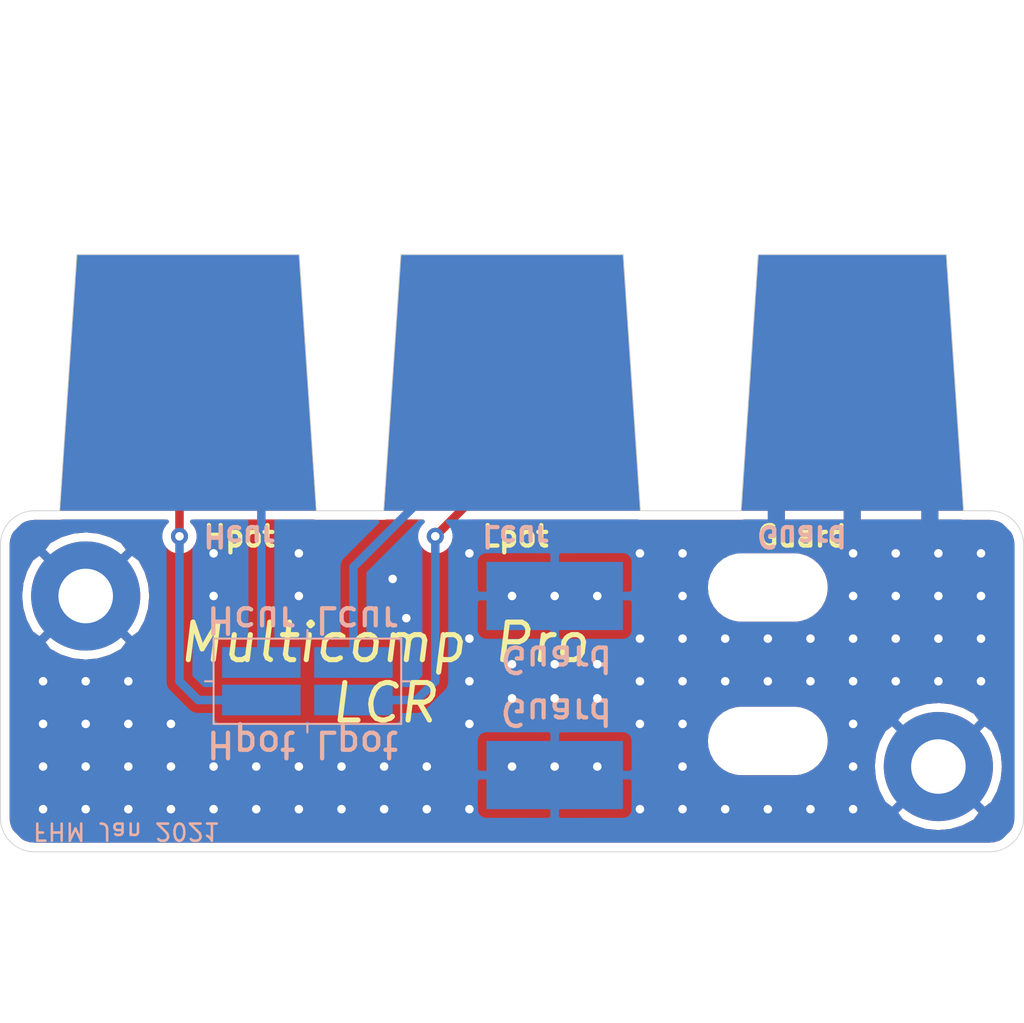
<source format=kicad_pcb>
(kicad_pcb (version 20171130) (host pcbnew "(5.1.6)-1")

  (general
    (thickness 1.6)
    (drawings 34)
    (tracks 134)
    (zones 0)
    (modules 13)
    (nets 6)
  )

  (page A4)
  (layers
    (0 F.Cu signal)
    (31 B.Cu signal)
    (32 B.Adhes user)
    (33 F.Adhes user)
    (34 B.Paste user hide)
    (35 F.Paste user hide)
    (36 B.SilkS user)
    (37 F.SilkS user)
    (38 B.Mask user)
    (39 F.Mask user hide)
    (40 Dwgs.User user)
    (41 Cmts.User user)
    (42 Eco1.User user)
    (43 Eco2.User user)
    (44 Edge.Cuts user)
    (45 Margin user)
    (46 B.CrtYd user)
    (47 F.CrtYd user)
    (48 B.Fab user)
    (49 F.Fab user)
  )

  (setup
    (last_trace_width 0.25)
    (user_trace_width 0.5)
    (user_trace_width 1)
    (trace_clearance 0.2)
    (zone_clearance 0.508)
    (zone_45_only no)
    (trace_min 0.2)
    (via_size 0.8)
    (via_drill 0.4)
    (via_min_size 0.4)
    (via_min_drill 0.3)
    (user_via 1 0.5)
    (uvia_size 0.3)
    (uvia_drill 0.1)
    (uvias_allowed no)
    (uvia_min_size 0.2)
    (uvia_min_drill 0.1)
    (edge_width 0.05)
    (segment_width 0.2)
    (pcb_text_width 0.3)
    (pcb_text_size 1.5 1.5)
    (mod_edge_width 0.12)
    (mod_text_size 1 1)
    (mod_text_width 0.15)
    (pad_size 13 15)
    (pad_drill 0)
    (pad_to_mask_clearance 0.05)
    (aux_axis_origin 0 0)
    (visible_elements 7FFFFFFF)
    (pcbplotparams
      (layerselection 0x010fc_ffffffff)
      (usegerberextensions false)
      (usegerberattributes true)
      (usegerberadvancedattributes true)
      (creategerberjobfile true)
      (excludeedgelayer true)
      (linewidth 0.100000)
      (plotframeref false)
      (viasonmask false)
      (mode 1)
      (useauxorigin false)
      (hpglpennumber 1)
      (hpglpenspeed 20)
      (hpglpendiameter 15.000000)
      (psnegative false)
      (psa4output false)
      (plotreference true)
      (plotvalue true)
      (plotinvisibletext false)
      (padsonsilk false)
      (subtractmaskfromsilk false)
      (outputformat 1)
      (mirror false)
      (drillshape 0)
      (scaleselection 1)
      (outputdirectory "LCR_Meter_Gerbers"))
  )

  (net 0 "")
  (net 1 /Hpot)
  (net 2 /Lpot)
  (net 3 /Hcur)
  (net 4 /Lcur)
  (net 5 GND)

  (net_class Default "This is the default net class."
    (clearance 0.2)
    (trace_width 0.25)
    (via_dia 0.8)
    (via_drill 0.4)
    (uvia_dia 0.3)
    (uvia_drill 0.1)
    (add_net /Hcur)
    (add_net /Hpot)
    (add_net /Lcur)
    (add_net /Lpot)
    (add_net GND)
  )

  (module Multicomp_LCR_4Wire:Guard_Pad (layer B.Cu) (tedit 600E650D) (tstamp 600CD118)
    (at 149.95 107.5 180)
    (path /600CA2D3)
    (fp_text reference J5 (at 0.15 16.4) (layer B.SilkS) hide
      (effects (font (size 1 1) (thickness 0.15)) (justify mirror))
    )
    (fp_text value Conn_01x01 (at -0.95 -16.6) (layer B.Fab)
      (effects (font (size 1 1) (thickness 0.15)) (justify mirror))
    )
    (pad 1 smd trapezoid (at 0 0 180) (size 12 15) (rect_delta 0 -1 ) (layers B.Cu B.Paste B.Mask)
      (net 5 GND))
  )

  (module Multicomp_LCR_4Wire:Guard_Pad (layer F.Cu) (tedit 600E650D) (tstamp 600BF382)
    (at 149.95 107.5)
    (path /600CBAF2)
    (fp_text reference J6 (at -0.5 -14.15) (layer F.SilkS) hide
      (effects (font (size 1 1) (thickness 0.15)))
    )
    (fp_text value Conn_01x01 (at -1.55 -18.55) (layer F.Fab)
      (effects (font (size 1 1) (thickness 0.15)))
    )
    (pad 1 smd trapezoid (at 0 0) (size 12 15) (rect_delta 0 1 ) (layers F.Cu F.Paste F.Mask)
      (net 5 GND))
  )

  (module Multicomp_LCR_4Wire:Finger_Pad (layer B.Cu) (tedit 600E64EE) (tstamp 600BF378)
    (at 130 107.5 180)
    (path /600C9E42)
    (fp_text reference J4 (at 0.65 -14.35) (layer B.SilkS) hide
      (effects (font (size 1 1) (thickness 0.15)) (justify mirror))
    )
    (fp_text value Conn_01x01 (at -0.4 -12.05) (layer B.Fab)
      (effects (font (size 1 1) (thickness 0.15)) (justify mirror))
    )
    (pad 1 smd trapezoid (at 0 0 180) (size 14 15) (rect_delta 0 -1 ) (layers B.Cu B.Paste B.Mask)
      (net 4 /Lcur))
  )

  (module Multicomp_LCR_4Wire:Finger_Pad (layer F.Cu) (tedit 600E64EE) (tstamp 600BF373)
    (at 130 107.5)
    (path /600C9E3C)
    (fp_text reference J3 (at 0.8 -15.75) (layer F.SilkS) hide
      (effects (font (size 1 1) (thickness 0.15)))
    )
    (fp_text value Conn_01x01 (at 1.4 -19.35) (layer F.Fab)
      (effects (font (size 1 1) (thickness 0.15)))
    )
    (pad 1 smd trapezoid (at 0 0) (size 14 15) (rect_delta 0 1 ) (layers F.Cu F.Paste F.Mask)
      (net 2 /Lpot))
  )

  (module Multicomp_LCR_4Wire:Finger_Pad (layer B.Cu) (tedit 600E64EE) (tstamp 600BF36E)
    (at 111 107.5 180)
    (path /600C85AC)
    (fp_text reference J2 (at -0.2 -18.55) (layer B.SilkS) hide
      (effects (font (size 1 1) (thickness 0.15)) (justify mirror))
    )
    (fp_text value Conn_01x01 (at 0.1 -12.6) (layer B.Fab)
      (effects (font (size 1 1) (thickness 0.15)) (justify mirror))
    )
    (pad 1 smd trapezoid (at 0 0 180) (size 14 15) (rect_delta 0 -1 ) (layers B.Cu B.Paste B.Mask)
      (net 3 /Hcur))
  )

  (module Multicomp_LCR_4Wire:Finger_Pad (layer F.Cu) (tedit 600E64EE) (tstamp 600BF369)
    (at 111 107.5)
    (path /600C80C0)
    (fp_text reference J1 (at -0.25 -16.4) (layer F.SilkS) hide
      (effects (font (size 1 1) (thickness 0.15)))
    )
    (fp_text value Conn_01x01 (at 0.55 -21.6) (layer F.Fab)
      (effects (font (size 1 1) (thickness 0.15)))
    )
    (pad 1 smd trapezoid (at 0 0) (size 14 15) (rect_delta 0 1 ) (layers F.Cu F.Paste F.Mask)
      (net 1 /Hpot))
  )

  (module Multicomp_LCR_4Wire:Secure (layer F.Cu) (tedit 600BA81F) (tstamp 600BF35F)
    (at 145 128.5)
    (path /6009F847)
    (fp_text reference H1 (at -6 12.5) (layer F.SilkS) hide
      (effects (font (size 1 1) (thickness 0.15)))
    )
    (fp_text value Secure (at -5.7 15.5) (layer F.Fab)
      (effects (font (size 1 1) (thickness 0.15)))
    )
    (pad "" np_thru_hole oval (at 0 0) (size 6 3) (drill oval 6 3) (layers *.Cu *.Mask))
  )

  (module Multicomp_LCR_4Wire:Secure (layer F.Cu) (tedit 600BA81F) (tstamp 600BF364)
    (at 145 119.5)
    (path /6009FC3D)
    (fp_text reference H2 (at 0.5 21) (layer F.SilkS) hide
      (effects (font (size 1 1) (thickness 0.15)))
    )
    (fp_text value Secure (at 1 23.4) (layer F.Fab) hide
      (effects (font (size 1 1) (thickness 0.15)))
    )
    (pad "" np_thru_hole oval (at 0 0) (size 6 3) (drill oval 6 3) (layers *.Cu *.Mask))
  )

  (module Multicomp_LCR_4Wire:Shield_Pad (layer B.Cu) (tedit 600BA5B3) (tstamp 600BFA73)
    (at 132.5 120)
    (path /600C1177)
    (fp_text reference J7 (at 0.5 24.5) (layer B.SilkS) hide
      (effects (font (size 1 1) (thickness 0.15)) (justify mirror))
    )
    (fp_text value Guard (at 0.5 20.5) (layer B.Fab)
      (effects (font (size 1 1) (thickness 0.15)) (justify mirror))
    )
    (pad 1 smd rect (at 0 0) (size 8 4) (layers B.Cu B.Paste B.Mask)
      (net 5 GND))
  )

  (module Multicomp_LCR_4Wire:Shield_Pad (layer B.Cu) (tedit 600BA5B3) (tstamp 600BF38C)
    (at 132.5 130.5)
    (path /600C1968)
    (fp_text reference J8 (at 0.5 12.5) (layer B.SilkS) hide
      (effects (font (size 1 1) (thickness 0.15)) (justify mirror))
    )
    (fp_text value Guard (at 0.5 9) (layer B.Fab)
      (effects (font (size 1 1) (thickness 0.15)) (justify mirror))
    )
    (pad 1 smd rect (at 0 0) (size 8 4) (layers B.Cu B.Paste B.Mask)
      (net 5 GND))
  )

  (module Multicomp_LCR_4Wire:3mm (layer F.Cu) (tedit 600BA713) (tstamp 600BF391)
    (at 105 120)
    (path /600C6A26)
    (fp_text reference J9 (at -0.5 19.5) (layer F.SilkS) hide
      (effects (font (size 1 1) (thickness 0.15)))
    )
    (fp_text value Mount (at -2 24.2) (layer F.Fab)
      (effects (font (size 1 1) (thickness 0.15)))
    )
    (pad 1 thru_hole circle (at 0 0) (size 6.4 6.4) (drill 3.2) (layers *.Cu *.Mask)
      (net 5 GND))
  )

  (module Multicomp_LCR_4Wire:3mm (layer F.Cu) (tedit 600BA713) (tstamp 600BF817)
    (at 155 130)
    (path /600C6A2C)
    (fp_text reference J10 (at 0.1 9) (layer F.SilkS) hide
      (effects (font (size 1 1) (thickness 0.15)))
    )
    (fp_text value Mount (at 0.5 14) (layer F.Fab) hide
      (effects (font (size 1 1) (thickness 0.15)))
    )
    (pad 1 thru_hole circle (at 0 0) (size 6.4 6.4) (drill 3.2) (layers *.Cu *.Mask)
      (net 5 GND))
  )

  (module Multicomp_LCR_4Wire:DUT (layer B.Cu) (tedit 600BA3DE) (tstamp 600BF3A6)
    (at 118 126)
    (path /6009AE41)
    (fp_text reference J11 (at 0.3 -5.6) (layer B.SilkS) hide
      (effects (font (size 1 1) (thickness 0.15)) (justify mirror))
    )
    (fp_text value Conn_01x04 (at -0.1 3.4) (layer B.Fab) hide
      (effects (font (size 1 1) (thickness 0.15)) (justify mirror))
    )
    (fp_line (start -5.5 -1) (end -6 -1) (layer B.SilkS) (width 0.12))
    (fp_line (start 5.5 -1) (end 6 -1) (layer B.SilkS) (width 0.12))
    (fp_line (start 0 -3.5) (end 0 -4) (layer B.SilkS) (width 0.12))
    (fp_line (start 0 1.5) (end 0 2) (layer B.SilkS) (width 0.12))
    (fp_line (start -5.5 1.5) (end 5.5 1.5) (layer B.SilkS) (width 0.12))
    (fp_line (start 5.5 1.5) (end 5.5 -3.5) (layer B.SilkS) (width 0.12))
    (fp_line (start 5.5 -3.5) (end -5.5 -3.5) (layer B.SilkS) (width 0.12))
    (fp_line (start -5.5 -3.5) (end -5.5 1.5) (layer B.SilkS) (width 0.12))
    (pad 1 smd rect (at -2.7 0.1) (size 4.6 1.8) (layers B.Cu B.Paste B.Mask)
      (net 1 /Hpot))
    (pad 2 smd rect (at -2.7 -2.1) (size 4.6 1.8) (layers B.Cu B.Paste B.Mask)
      (net 3 /Hcur))
    (pad 3 smd rect (at 2.7 0.1) (size 4.6 1.8) (layers B.Cu B.Paste B.Mask)
      (net 2 /Lpot))
    (pad 4 smd rect (at 2.7 -2.1) (size 4.6 1.8) (layers B.Cu B.Paste B.Mask)
      (net 4 /Lcur))
  )

  (gr_line (start 155.47 99.98) (end 156.48 115) (layer Edge.Cuts) (width 0.05) (tstamp 600EC178))
  (gr_line (start 144.43 99.98) (end 155.47 99.98) (layer Edge.Cuts) (width 0.05))
  (gr_line (start 143.43 115) (end 144.43 99.98) (layer Edge.Cuts) (width 0.05))
  (gr_line (start 136.52 99.98) (end 137.53 115) (layer Edge.Cuts) (width 0.05) (tstamp 600EC177))
  (gr_line (start 123.48 99.98) (end 136.52 99.98) (layer Edge.Cuts) (width 0.05))
  (gr_line (start 122.47 115) (end 123.48 99.98) (layer Edge.Cuts) (width 0.05))
  (gr_line (start 117.52 99.98) (end 118.53 115) (layer Edge.Cuts) (width 0.05) (tstamp 600EC176))
  (gr_line (start 104.48 99.98) (end 117.52 99.98) (layer Edge.Cuts) (width 0.05))
  (gr_line (start 103.47 115) (end 104.48 99.98) (layer Edge.Cuts) (width 0.05))
  (gr_text Hcur (at 114 116.5 180) (layer B.SilkS) (tstamp 600BFDDA)
    (effects (font (size 1.2 1.2) (thickness 0.25)) (justify mirror))
  )
  (gr_text Lcur (at 130.2 116.5 180) (layer B.SilkS) (tstamp 600BFDDA)
    (effects (font (size 1.2 1.2) (thickness 0.25)) (justify mirror))
  )
  (gr_text "FHM Jan 2021" (at 107.4 133.8 180) (layer B.SilkS)
    (effects (font (size 1 1) (thickness 0.15)) (justify mirror))
  )
  (gr_text "Multicomp Pro\nLCR" (at 122.5 124.5) (layer F.SilkS)
    (effects (font (size 2.2 2.2) (thickness 0.3) italic))
  )
  (gr_text Hpot (at 114 116.5) (layer F.SilkS) (tstamp 600BFD10)
    (effects (font (size 1.2 1.2) (thickness 0.25)))
  )
  (gr_text Lpot (at 130.2 116.5) (layer F.SilkS) (tstamp 600BFD10)
    (effects (font (size 1.2 1.2) (thickness 0.25)))
  )
  (gr_text Guard (at 147 116.5) (layer F.SilkS) (tstamp 600CCF2E)
    (effects (font (size 1.2 1.2) (thickness 0.25)))
  )
  (gr_text Guard (at 147 116.5 180) (layer B.SilkS) (tstamp 600BFC5F)
    (effects (font (size 1.2 1.2) (thickness 0.25)) (justify mirror))
  )
  (gr_text "Hpot\n" (at 114.7 128.7 180) (layer B.SilkS) (tstamp 600BFC5F)
    (effects (font (size 1.5 1.5) (thickness 0.25)) (justify mirror))
  )
  (gr_text Lpot (at 120.9 128.7 180) (layer B.SilkS) (tstamp 600BFC5F)
    (effects (font (size 1.5 1.5) (thickness 0.25)) (justify mirror))
  )
  (gr_text "Lcur\n" (at 120.9 121.4 180) (layer B.SilkS) (tstamp 600BFC5F)
    (effects (font (size 1.5 1.5) (thickness 0.25)) (justify mirror))
  )
  (gr_text Hcur (at 114.7 121.4 180) (layer B.SilkS) (tstamp 600BFC5F)
    (effects (font (size 1.5 1.5) (thickness 0.25)) (justify mirror))
  )
  (gr_text Guard (at 132.6 126.8 180) (layer B.SilkS) (tstamp 600BFC5F)
    (effects (font (size 1.5 1.5) (thickness 0.25)) (justify mirror))
  )
  (gr_text Guard (at 132.6 123.7 180) (layer B.SilkS)
    (effects (font (size 1.5 1.5) (thickness 0.25)) (justify mirror))
  )
  (gr_line (start 118.53 115) (end 122.47 115) (layer Edge.Cuts) (width 0.05) (tstamp 60096F3E))
  (gr_line (start 158 115) (end 156.48 115) (layer Edge.Cuts) (width 0.05) (tstamp 600A2704))
  (gr_line (start 160 133) (end 160 117) (layer Edge.Cuts) (width 0.05) (tstamp 600A2700))
  (gr_line (start 102 135) (end 158 135) (layer Edge.Cuts) (width 0.05) (tstamp 600A26F2))
  (gr_line (start 100 117) (end 100 133) (layer Edge.Cuts) (width 0.05) (tstamp 600A26E7))
  (gr_line (start 103.47 115) (end 102 115) (layer Edge.Cuts) (width 0.05) (tstamp 600A26E0))
  (gr_arc (start 102 133) (end 100 133) (angle -90) (layer Edge.Cuts) (width 0.05))
  (gr_arc (start 158 133) (end 158 135) (angle -90) (layer Edge.Cuts) (width 0.05))
  (gr_arc (start 158 117) (end 160 117) (angle -90) (layer Edge.Cuts) (width 0.05))
  (gr_arc (start 102 117) (end 102 115) (angle -90) (layer Edge.Cuts) (width 0.05))
  (gr_line (start 137.53 115) (end 143.43 115) (layer Edge.Cuts) (width 0.05) (tstamp 60096F3D))

  (segment (start 115.3 126.1) (end 111.6 126.1) (width 0.5) (layer B.Cu) (net 1) (status 10))
  (via (at 110.5 116.5) (size 1) (drill 0.5) (layers F.Cu B.Cu) (net 1))
  (segment (start 110.5 125) (end 110.5 116.5) (width 0.5) (layer B.Cu) (net 1))
  (segment (start 111.6 126.1) (end 110.5 125) (width 0.5) (layer B.Cu) (net 1))
  (segment (start 110.5 108.05) (end 110.5 116.5) (width 0.5) (layer F.Cu) (net 1) (status 10))
  (segment (start 111.05 107.5) (end 110.5 108.05) (width 0.5) (layer F.Cu) (net 1) (status 30))
  (segment (start 130 107.55) (end 130 112) (width 0.5) (layer F.Cu) (net 2) (status 30))
  (via (at 125.5 116.5) (size 1) (drill 0.5) (layers F.Cu B.Cu) (net 2))
  (segment (start 130 112) (end 125.5 116.5) (width 0.5) (layer F.Cu) (net 2) (status 10))
  (segment (start 124.4 126.1) (end 120.7 126.1) (width 0.5) (layer B.Cu) (net 2) (status 20))
  (segment (start 125.5 116.5) (end 125.5 125) (width 0.5) (layer B.Cu) (net 2))
  (segment (start 125.5 125) (end 124.4 126.1) (width 0.5) (layer B.Cu) (net 2))
  (segment (start 111 107.5) (end 111 110) (width 0.5) (layer B.Cu) (net 3) (status 30))
  (segment (start 115.3 114.3) (end 115.3 123.9) (width 0.5) (layer B.Cu) (net 3) (status 30))
  (segment (start 111 110) (end 115.3 114.3) (width 0.5) (layer B.Cu) (net 3) (status 30))
  (segment (start 130 107.55) (end 130 110) (width 0.25) (layer B.Cu) (net 4) (status 30))
  (segment (start 130 107.55) (end 130 109.5) (width 0.25) (layer B.Cu) (net 4) (status 30))
  (segment (start 130 107.55) (end 130 109) (width 0.5) (layer B.Cu) (net 4) (status 30))
  (segment (start 120.7 118.3) (end 120.7 123.9) (width 0.5) (layer B.Cu) (net 4) (status 20))
  (segment (start 130 109) (end 120.7 118.3) (width 0.5) (layer B.Cu) (net 4) (status 10))
  (via (at 135 130) (size 1) (drill 0.5) (layers F.Cu B.Cu) (net 5) (status 30))
  (via (at 132.5 130) (size 1) (drill 0.5) (layers F.Cu B.Cu) (net 5) (status 30))
  (via (at 130 130) (size 1) (drill 0.5) (layers F.Cu B.Cu) (net 5) (status 30))
  (via (at 130 120) (size 1) (drill 0.5) (layers F.Cu B.Cu) (net 5) (status 30))
  (via (at 132.5 120) (size 1) (drill 0.5) (layers F.Cu B.Cu) (net 5) (status 30))
  (via (at 135 120) (size 1) (drill 0.5) (layers F.Cu B.Cu) (net 5) (status 30))
  (segment (start 149.95 107.5) (end 150 107.5) (width 1) (layer F.Cu) (net 5) (status 30))
  (via (at 105 125) (size 1) (drill 0.5) (layers F.Cu B.Cu) (net 5))
  (via (at 105 127.5) (size 1) (drill 0.5) (layers F.Cu B.Cu) (net 5))
  (via (at 105 130) (size 1) (drill 0.5) (layers F.Cu B.Cu) (net 5))
  (via (at 105 132.5) (size 1) (drill 0.5) (layers F.Cu B.Cu) (net 5))
  (via (at 107.5 125) (size 1) (drill 0.5) (layers F.Cu B.Cu) (net 5))
  (via (at 102.5 125) (size 1) (drill 0.5) (layers F.Cu B.Cu) (net 5))
  (via (at 102.5 127.5) (size 1) (drill 0.5) (layers F.Cu B.Cu) (net 5))
  (via (at 102.5 130) (size 1) (drill 0.5) (layers F.Cu B.Cu) (net 5))
  (via (at 102.5 132.5) (size 1) (drill 0.5) (layers F.Cu B.Cu) (net 5))
  (via (at 107.5 127.5) (size 1) (drill 0.5) (layers F.Cu B.Cu) (net 5))
  (via (at 107.5 130) (size 1) (drill 0.5) (layers F.Cu B.Cu) (net 5))
  (via (at 107.5 132.5) (size 1) (drill 0.5) (layers F.Cu B.Cu) (net 5))
  (via (at 110 127.5) (size 1) (drill 0.5) (layers F.Cu B.Cu) (net 5))
  (via (at 110 130) (size 1) (drill 0.5) (layers F.Cu B.Cu) (net 5))
  (via (at 110 132.5) (size 1) (drill 0.5) (layers F.Cu B.Cu) (net 5))
  (via (at 112.5 130) (size 1) (drill 0.5) (layers F.Cu B.Cu) (net 5))
  (via (at 115 130) (size 1) (drill 0.5) (layers F.Cu B.Cu) (net 5))
  (via (at 117.5 130) (size 1) (drill 0.5) (layers F.Cu B.Cu) (net 5))
  (via (at 120 130) (size 1) (drill 0.5) (layers F.Cu B.Cu) (net 5))
  (via (at 122.5 130) (size 1) (drill 0.5) (layers F.Cu B.Cu) (net 5))
  (via (at 125 130) (size 1) (drill 0.5) (layers F.Cu B.Cu) (net 5))
  (via (at 125 132.5) (size 1) (drill 0.5) (layers F.Cu B.Cu) (net 5))
  (via (at 122.5 132.5) (size 1) (drill 0.5) (layers F.Cu B.Cu) (net 5))
  (via (at 120 132.5) (size 1) (drill 0.5) (layers F.Cu B.Cu) (net 5))
  (via (at 117.5 132.5) (size 1) (drill 0.5) (layers F.Cu B.Cu) (net 5))
  (via (at 115 132.5) (size 1) (drill 0.5) (layers F.Cu B.Cu) (net 5))
  (via (at 112.5 132.5) (size 1) (drill 0.5) (layers F.Cu B.Cu) (net 5))
  (via (at 112.5 117.5) (size 1) (drill 0.5) (layers F.Cu B.Cu) (net 5))
  (via (at 117.5 117.5) (size 1) (drill 0.5) (layers F.Cu B.Cu) (net 5))
  (via (at 150 120) (size 1) (drill 0.5) (layers F.Cu B.Cu) (net 5))
  (via (at 152.5 120) (size 1) (drill 0.5) (layers F.Cu B.Cu) (net 5))
  (via (at 155 120) (size 1) (drill 0.5) (layers F.Cu B.Cu) (net 5))
  (via (at 157.5 120) (size 1) (drill 0.5) (layers F.Cu B.Cu) (net 5))
  (via (at 157.5 117.5) (size 1) (drill 0.5) (layers F.Cu B.Cu) (net 5))
  (via (at 155 117.5) (size 1) (drill 0.5) (layers F.Cu B.Cu) (net 5))
  (via (at 152.5 117.5) (size 1) (drill 0.5) (layers F.Cu B.Cu) (net 5))
  (via (at 150 117.5) (size 1) (drill 0.5) (layers F.Cu B.Cu) (net 5))
  (via (at 140 117.5) (size 1) (drill 0.5) (layers F.Cu B.Cu) (net 5))
  (via (at 140 122.5) (size 1) (drill 0.5) (layers F.Cu B.Cu) (net 5))
  (via (at 140 125) (size 1) (drill 0.5) (layers F.Cu B.Cu) (net 5))
  (via (at 140 127.5) (size 1) (drill 0.5) (layers F.Cu B.Cu) (net 5))
  (via (at 140 130) (size 1) (drill 0.5) (layers F.Cu B.Cu) (net 5))
  (via (at 140 132.5) (size 1) (drill 0.5) (layers F.Cu B.Cu) (net 5))
  (via (at 142.5 125) (size 1) (drill 0.5) (layers F.Cu B.Cu) (net 5))
  (via (at 145 125) (size 1) (drill 0.5) (layers F.Cu B.Cu) (net 5))
  (via (at 147.5 125) (size 1) (drill 0.5) (layers F.Cu B.Cu) (net 5))
  (via (at 150 125) (size 1) (drill 0.5) (layers F.Cu B.Cu) (net 5))
  (via (at 152.5 125) (size 1) (drill 0.5) (layers F.Cu B.Cu) (net 5))
  (via (at 155 125) (size 1) (drill 0.5) (layers F.Cu B.Cu) (net 5))
  (via (at 157.5 125) (size 1) (drill 0.5) (layers F.Cu B.Cu) (net 5))
  (via (at 157.5 122.5) (size 1) (drill 0.5) (layers F.Cu B.Cu) (net 5))
  (via (at 155 122.5) (size 1) (drill 0.5) (layers F.Cu B.Cu) (net 5))
  (via (at 152.5 122.5) (size 1) (drill 0.5) (layers F.Cu B.Cu) (net 5))
  (via (at 150 122.5) (size 1) (drill 0.5) (layers F.Cu B.Cu) (net 5))
  (via (at 150 127.5) (size 1) (drill 0.5) (layers F.Cu B.Cu) (net 5))
  (via (at 150 130) (size 1) (drill 0.5) (layers F.Cu B.Cu) (net 5))
  (via (at 150 132.5) (size 1) (drill 0.5) (layers F.Cu B.Cu) (net 5))
  (via (at 147.5 132.5) (size 1) (drill 0.5) (layers F.Cu B.Cu) (net 5))
  (via (at 145 132.5) (size 1) (drill 0.5) (layers F.Cu B.Cu) (net 5))
  (via (at 142.5 132.5) (size 1) (drill 0.5) (layers F.Cu B.Cu) (net 5))
  (via (at 123 119) (size 1) (drill 0.5) (layers F.Cu B.Cu) (net 5))
  (via (at 123.8 121.3) (size 1) (drill 0.5) (layers F.Cu B.Cu) (net 5))
  (via (at 117.5 120) (size 1) (drill 0.5) (layers F.Cu B.Cu) (net 5))
  (via (at 112.5 120) (size 1) (drill 0.5) (layers F.Cu B.Cu) (net 5))
  (via (at 137.5 125) (size 1) (drill 0.5) (layers F.Cu B.Cu) (net 5))
  (via (at 135 126) (size 1) (drill 0.5) (layers F.Cu B.Cu) (net 5))
  (via (at 132.5 126) (size 1) (drill 0.5) (layers F.Cu B.Cu) (net 5))
  (via (at 130 126) (size 1) (drill 0.5) (layers F.Cu B.Cu) (net 5))
  (via (at 127.5 125) (size 1) (drill 0.5) (layers F.Cu B.Cu) (net 5))
  (via (at 127.5 132.5) (size 1) (drill 0.5) (layers F.Cu B.Cu) (net 5))
  (via (at 127.5 127.5) (size 1) (drill 0.5) (layers F.Cu B.Cu) (net 5))
  (via (at 127.5 122.5) (size 1) (drill 0.5) (layers F.Cu B.Cu) (net 5))
  (via (at 127.5 117.5) (size 1) (drill 0.5) (layers F.Cu B.Cu) (net 5))
  (via (at 137.5 117.5) (size 1) (drill 0.5) (layers F.Cu B.Cu) (net 5))
  (via (at 137.5 122.5) (size 1) (drill 0.5) (layers F.Cu B.Cu) (net 5))
  (via (at 137.5 127.5) (size 1) (drill 0.5) (layers F.Cu B.Cu) (net 5))
  (via (at 137.5 132.5) (size 1) (drill 0.5) (layers F.Cu B.Cu) (net 5))
  (via (at 147.5 122.5) (size 1) (drill 0.5) (layers F.Cu B.Cu) (net 5))
  (via (at 145 122.5) (size 1) (drill 0.5) (layers F.Cu B.Cu) (net 5))
  (via (at 142.5 122.5) (size 1) (drill 0.5) (layers F.Cu B.Cu) (net 5))
  (via (at 140 120) (size 1) (drill 0.5) (layers F.Cu B.Cu) (net 5))
  (via (at 135 124) (size 1) (drill 0.5) (layers F.Cu B.Cu) (net 5))
  (via (at 130 124) (size 1) (drill 0.5) (layers F.Cu B.Cu) (net 5))
  (via (at 132.5 124) (size 1) (drill 0.5) (layers F.Cu B.Cu) (net 5))
  (segment (start 149.95 107.6) (end 149.4 107.6) (width 1) (layer B.Cu) (net 5))
  (segment (start 149.95 107.6) (end 149.9 107.6) (width 1) (layer B.Cu) (net 5))
  (segment (start 146 111.55) (end 149.95 107.6) (width 1) (layer B.Cu) (net 5))
  (segment (start 149.95 107.6) (end 149.95 108.95) (width 1) (layer B.Cu) (net 5))
  (segment (start 149.95 108.95) (end 153 112) (width 1) (layer B.Cu) (net 5))
  (segment (start 149.95 107.6) (end 149.95 109.45) (width 1) (layer B.Cu) (net 5))
  (segment (start 149.95 109.45) (end 154.5 114) (width 1) (layer B.Cu) (net 5))
  (segment (start 154.5 114) (end 154.5 116) (width 1) (layer B.Cu) (net 5))
  (segment (start 149.95 107.6) (end 149.95 115.95) (width 1) (layer B.Cu) (net 5))
  (segment (start 149.95 115.95) (end 149.95 107.6) (width 1) (layer F.Cu) (net 5))
  (segment (start 149.95 107.6) (end 149.95 109.05) (width 1) (layer F.Cu) (net 5))
  (segment (start 149.95 109.05) (end 146 113) (width 1) (layer F.Cu) (net 5))
  (segment (start 149.95 107.6) (end 154.5 112.15) (width 1) (layer F.Cu) (net 5))
  (segment (start 149.95 107.6) (end 149.95 108.95) (width 1) (layer F.Cu) (net 5))
  (segment (start 149.95 108.95) (end 154.5 113.5) (width 1) (layer F.Cu) (net 5))
  (segment (start 154.5 113.5) (end 154.5 116) (width 1) (layer F.Cu) (net 5))
  (segment (start 149.95 107.6) (end 149.95 108.05) (width 1) (layer F.Cu) (net 5))
  (segment (start 149.95 108.05) (end 145 113) (width 1) (layer F.Cu) (net 5))
  (segment (start 149.95 109.05) (end 145.5 113.5) (width 1) (layer F.Cu) (net 5))
  (segment (start 145.5 113.5) (end 145.5 116.5) (width 1) (layer F.Cu) (net 5))
  (segment (start 149.95 107.6) (end 149.95 109.05) (width 1) (layer B.Cu) (net 5))
  (segment (start 149.95 109.05) (end 145.5 113.5) (width 1) (layer B.Cu) (net 5))
  (segment (start 145.5 113.5) (end 145.5 116.5) (width 1) (layer B.Cu) (net 5))

  (zone (net 5) (net_name GND) (layer F.Cu) (tstamp 0) (hatch edge 0.508)
    (connect_pads (clearance 0.508))
    (min_thickness 0.254)
    (fill yes (arc_segments 32) (thermal_gap 0.508) (thermal_bridge_width 0.508))
    (polygon
      (pts
        (xy 160 117) (xy 160 133) (xy 158 135) (xy 102 135) (xy 100 133)
        (xy 100 117) (xy 102 115) (xy 158 115)
      )
    )
    (filled_polygon
      (pts
        (xy 150.077 115.638072) (xy 156.309813 115.638072) (xy 156.350617 115.65045) (xy 156.372815 115.652636) (xy 156.394548 115.657665)
        (xy 156.437365 115.658994) (xy 156.447581 115.66) (xy 156.469784 115.66) (xy 156.524495 115.661698) (xy 156.534673 115.66)
        (xy 157.967721 115.66) (xy 158.259659 115.688625) (xy 158.509429 115.764035) (xy 158.669587 115.849193) (xy 159.150009 116.329615)
        (xy 159.232378 116.481954) (xy 159.309531 116.731195) (xy 159.340001 117.021098) (xy 159.34 132.967721) (xy 159.311375 133.25966)
        (xy 159.235965 133.509429) (xy 159.150807 133.669587) (xy 158.670386 134.150008) (xy 158.518046 134.232378) (xy 158.268805 134.309531)
        (xy 157.978911 134.34) (xy 102.032279 134.34) (xy 101.74034 134.311375) (xy 101.490571 134.235965) (xy 101.330413 134.150807)
        (xy 100.849992 133.670386) (xy 100.767622 133.518046) (xy 100.690469 133.268805) (xy 100.66 132.978911) (xy 100.66 132.700881)
        (xy 152.478724 132.700881) (xy 152.838912 133.190548) (xy 153.502882 133.550849) (xy 154.224385 133.774694) (xy 154.975695 133.85348)
        (xy 155.727938 133.784178) (xy 156.452208 133.569452) (xy 157.12067 133.217555) (xy 157.161088 133.190548) (xy 157.521276 132.700881)
        (xy 155 130.179605) (xy 152.478724 132.700881) (xy 100.66 132.700881) (xy 100.66 128.5) (xy 141.35467 128.5)
        (xy 141.395892 128.918533) (xy 141.517974 129.320982) (xy 141.716223 129.691881) (xy 141.983023 130.016977) (xy 142.308119 130.283777)
        (xy 142.679018 130.482026) (xy 143.081467 130.604108) (xy 143.395118 130.635) (xy 146.604882 130.635) (xy 146.918533 130.604108)
        (xy 147.320982 130.482026) (xy 147.691881 130.283777) (xy 148.016977 130.016977) (xy 148.050856 129.975695) (xy 151.14652 129.975695)
        (xy 151.215822 130.727938) (xy 151.430548 131.452208) (xy 151.782445 132.12067) (xy 151.809452 132.161088) (xy 152.299119 132.521276)
        (xy 154.820395 130) (xy 155.179605 130) (xy 157.700881 132.521276) (xy 158.190548 132.161088) (xy 158.550849 131.497118)
        (xy 158.774694 130.775615) (xy 158.85348 130.024305) (xy 158.784178 129.272062) (xy 158.569452 128.547792) (xy 158.217555 127.87933)
        (xy 158.190548 127.838912) (xy 157.700881 127.478724) (xy 155.179605 130) (xy 154.820395 130) (xy 152.299119 127.478724)
        (xy 151.809452 127.838912) (xy 151.449151 128.502882) (xy 151.225306 129.224385) (xy 151.14652 129.975695) (xy 148.050856 129.975695)
        (xy 148.283777 129.691881) (xy 148.482026 129.320982) (xy 148.604108 128.918533) (xy 148.64533 128.5) (xy 148.604108 128.081467)
        (xy 148.482026 127.679018) (xy 148.283777 127.308119) (xy 148.276391 127.299119) (xy 152.478724 127.299119) (xy 155 129.820395)
        (xy 157.521276 127.299119) (xy 157.161088 126.809452) (xy 156.497118 126.449151) (xy 155.775615 126.225306) (xy 155.024305 126.14652)
        (xy 154.272062 126.215822) (xy 153.547792 126.430548) (xy 152.87933 126.782445) (xy 152.838912 126.809452) (xy 152.478724 127.299119)
        (xy 148.276391 127.299119) (xy 148.016977 126.983023) (xy 147.691881 126.716223) (xy 147.320982 126.517974) (xy 146.918533 126.395892)
        (xy 146.604882 126.365) (xy 143.395118 126.365) (xy 143.081467 126.395892) (xy 142.679018 126.517974) (xy 142.308119 126.716223)
        (xy 141.983023 126.983023) (xy 141.716223 127.308119) (xy 141.517974 127.679018) (xy 141.395892 128.081467) (xy 141.35467 128.5)
        (xy 100.66 128.5) (xy 100.66 122.700881) (xy 102.478724 122.700881) (xy 102.838912 123.190548) (xy 103.502882 123.550849)
        (xy 104.224385 123.774694) (xy 104.975695 123.85348) (xy 105.727938 123.784178) (xy 106.452208 123.569452) (xy 107.12067 123.217555)
        (xy 107.161088 123.190548) (xy 107.521276 122.700881) (xy 105 120.179605) (xy 102.478724 122.700881) (xy 100.66 122.700881)
        (xy 100.66 119.975695) (xy 101.14652 119.975695) (xy 101.215822 120.727938) (xy 101.430548 121.452208) (xy 101.782445 122.12067)
        (xy 101.809452 122.161088) (xy 102.299119 122.521276) (xy 104.820395 120) (xy 105.179605 120) (xy 107.700881 122.521276)
        (xy 108.190548 122.161088) (xy 108.550849 121.497118) (xy 108.774694 120.775615) (xy 108.85348 120.024305) (xy 108.805178 119.5)
        (xy 141.35467 119.5) (xy 141.395892 119.918533) (xy 141.517974 120.320982) (xy 141.716223 120.691881) (xy 141.983023 121.016977)
        (xy 142.308119 121.283777) (xy 142.679018 121.482026) (xy 143.081467 121.604108) (xy 143.395118 121.635) (xy 146.604882 121.635)
        (xy 146.918533 121.604108) (xy 147.320982 121.482026) (xy 147.691881 121.283777) (xy 148.016977 121.016977) (xy 148.283777 120.691881)
        (xy 148.482026 120.320982) (xy 148.604108 119.918533) (xy 148.64533 119.5) (xy 148.604108 119.081467) (xy 148.482026 118.679018)
        (xy 148.283777 118.308119) (xy 148.016977 117.983023) (xy 147.691881 117.716223) (xy 147.320982 117.517974) (xy 146.918533 117.395892)
        (xy 146.604882 117.365) (xy 143.395118 117.365) (xy 143.081467 117.395892) (xy 142.679018 117.517974) (xy 142.308119 117.716223)
        (xy 141.983023 117.983023) (xy 141.716223 118.308119) (xy 141.517974 118.679018) (xy 141.395892 119.081467) (xy 141.35467 119.5)
        (xy 108.805178 119.5) (xy 108.784178 119.272062) (xy 108.569452 118.547792) (xy 108.217555 117.87933) (xy 108.190548 117.838912)
        (xy 107.700881 117.478724) (xy 105.179605 120) (xy 104.820395 120) (xy 102.299119 117.478724) (xy 101.809452 117.838912)
        (xy 101.449151 118.502882) (xy 101.225306 119.224385) (xy 101.14652 119.975695) (xy 100.66 119.975695) (xy 100.66 117.299119)
        (xy 102.478724 117.299119) (xy 105 119.820395) (xy 107.521276 117.299119) (xy 107.161088 116.809452) (xy 106.497118 116.449151)
        (xy 105.775615 116.225306) (xy 105.024305 116.14652) (xy 104.272062 116.215822) (xy 103.547792 116.430548) (xy 102.87933 116.782445)
        (xy 102.838912 116.809452) (xy 102.478724 117.299119) (xy 100.66 117.299119) (xy 100.66 117.032279) (xy 100.688625 116.740341)
        (xy 100.764035 116.490571) (xy 100.849193 116.330413) (xy 101.329615 115.849991) (xy 101.481954 115.767622) (xy 101.731195 115.690469)
        (xy 102.021088 115.66) (xy 103.415328 115.66) (xy 103.425505 115.661698) (xy 103.480202 115.66) (xy 103.502419 115.66)
        (xy 103.512645 115.658993) (xy 103.555451 115.657664) (xy 103.577176 115.652637) (xy 103.599383 115.65045) (xy 103.640187 115.638072)
        (xy 109.615001 115.638072) (xy 109.615001 115.781549) (xy 109.494176 115.962376) (xy 109.408617 116.168933) (xy 109.365 116.388212)
        (xy 109.365 116.611788) (xy 109.408617 116.831067) (xy 109.494176 117.037624) (xy 109.618388 117.22352) (xy 109.77648 117.381612)
        (xy 109.962376 117.505824) (xy 110.168933 117.591383) (xy 110.388212 117.635) (xy 110.611788 117.635) (xy 110.831067 117.591383)
        (xy 111.037624 117.505824) (xy 111.22352 117.381612) (xy 111.381612 117.22352) (xy 111.505824 117.037624) (xy 111.591383 116.831067)
        (xy 111.635 116.611788) (xy 111.635 116.388212) (xy 111.591383 116.168933) (xy 111.505824 115.962376) (xy 111.385 115.78155)
        (xy 111.385 115.638072) (xy 118.359813 115.638072) (xy 118.400617 115.65045) (xy 118.422815 115.652636) (xy 118.444548 115.657665)
        (xy 118.487365 115.658994) (xy 118.497581 115.66) (xy 118.519784 115.66) (xy 118.574495 115.661698) (xy 118.584673 115.66)
        (xy 122.415328 115.66) (xy 122.425505 115.661698) (xy 122.480202 115.66) (xy 122.502419 115.66) (xy 122.512645 115.658993)
        (xy 122.555451 115.657664) (xy 122.577176 115.652637) (xy 122.599383 115.65045) (xy 122.640187 115.638072) (xy 124.756796 115.638072)
        (xy 124.618388 115.77648) (xy 124.494176 115.962376) (xy 124.408617 116.168933) (xy 124.365 116.388212) (xy 124.365 116.611788)
        (xy 124.408617 116.831067) (xy 124.494176 117.037624) (xy 124.618388 117.22352) (xy 124.77648 117.381612) (xy 124.962376 117.505824)
        (xy 125.168933 117.591383) (xy 125.388212 117.635) (xy 125.611788 117.635) (xy 125.831067 117.591383) (xy 126.037624 117.505824)
        (xy 126.22352 117.381612) (xy 126.381612 117.22352) (xy 126.505824 117.037624) (xy 126.591383 116.831067) (xy 126.633811 116.617768)
        (xy 127.613506 115.638072) (xy 137.359813 115.638072) (xy 137.400617 115.65045) (xy 137.422815 115.652636) (xy 137.444548 115.657665)
        (xy 137.487365 115.658994) (xy 137.497581 115.66) (xy 137.519784 115.66) (xy 137.574495 115.661698) (xy 137.584673 115.66)
        (xy 143.375544 115.66) (xy 143.385944 115.661728) (xy 143.440444 115.66) (xy 143.462419 115.66) (xy 143.472852 115.658972)
        (xy 143.515887 115.657608) (xy 143.5374 115.652615) (xy 143.559383 115.65045) (xy 143.600187 115.638072) (xy 149.823 115.638072)
        (xy 149.823 115.127) (xy 150.077 115.127)
      )
    )
  )
  (zone (net 5) (net_name GND) (layer B.Cu) (tstamp 0) (hatch edge 0.508)
    (connect_pads (clearance 0.508))
    (min_thickness 0.254)
    (fill yes (arc_segments 32) (thermal_gap 0.508) (thermal_bridge_width 0.508))
    (polygon
      (pts
        (xy 160 117) (xy 160 133) (xy 158 135) (xy 102 135) (xy 100 133)
        (xy 100 117) (xy 102 115) (xy 158 115)
      )
    )
    (filled_polygon
      (pts
        (xy 150.077 115.638072) (xy 156.309813 115.638072) (xy 156.350617 115.65045) (xy 156.372815 115.652636) (xy 156.394548 115.657665)
        (xy 156.437365 115.658994) (xy 156.447581 115.66) (xy 156.469784 115.66) (xy 156.524495 115.661698) (xy 156.534673 115.66)
        (xy 157.967721 115.66) (xy 158.259659 115.688625) (xy 158.509429 115.764035) (xy 158.669587 115.849193) (xy 159.150009 116.329615)
        (xy 159.232378 116.481954) (xy 159.309531 116.731195) (xy 159.340001 117.021098) (xy 159.34 132.967721) (xy 159.311375 133.25966)
        (xy 159.235965 133.509429) (xy 159.150807 133.669587) (xy 158.670386 134.150008) (xy 158.518046 134.232378) (xy 158.268805 134.309531)
        (xy 157.978911 134.34) (xy 102.032279 134.34) (xy 101.74034 134.311375) (xy 101.490571 134.235965) (xy 101.330413 134.150807)
        (xy 100.849992 133.670386) (xy 100.767622 133.518046) (xy 100.690469 133.268805) (xy 100.66 132.978911) (xy 100.66 132.5)
        (xy 127.861928 132.5) (xy 127.874188 132.624482) (xy 127.910498 132.74418) (xy 127.969463 132.854494) (xy 128.048815 132.951185)
        (xy 128.145506 133.030537) (xy 128.25582 133.089502) (xy 128.375518 133.125812) (xy 128.5 133.138072) (xy 132.21425 133.135)
        (xy 132.373 132.97625) (xy 132.373 130.627) (xy 132.627 130.627) (xy 132.627 132.97625) (xy 132.78575 133.135)
        (xy 136.5 133.138072) (xy 136.624482 133.125812) (xy 136.74418 133.089502) (xy 136.854494 133.030537) (xy 136.951185 132.951185)
        (xy 137.030537 132.854494) (xy 137.089502 132.74418) (xy 137.102636 132.700881) (xy 152.478724 132.700881) (xy 152.838912 133.190548)
        (xy 153.502882 133.550849) (xy 154.224385 133.774694) (xy 154.975695 133.85348) (xy 155.727938 133.784178) (xy 156.452208 133.569452)
        (xy 157.12067 133.217555) (xy 157.161088 133.190548) (xy 157.521276 132.700881) (xy 155 130.179605) (xy 152.478724 132.700881)
        (xy 137.102636 132.700881) (xy 137.125812 132.624482) (xy 137.138072 132.5) (xy 137.135 130.78575) (xy 136.97625 130.627)
        (xy 132.627 130.627) (xy 132.373 130.627) (xy 128.02375 130.627) (xy 127.865 130.78575) (xy 127.861928 132.5)
        (xy 100.66 132.5) (xy 100.66 128.5) (xy 127.861928 128.5) (xy 127.865 130.21425) (xy 128.02375 130.373)
        (xy 132.373 130.373) (xy 132.373 128.02375) (xy 132.627 128.02375) (xy 132.627 130.373) (xy 136.97625 130.373)
        (xy 137.135 130.21425) (xy 137.138072 128.5) (xy 141.35467 128.5) (xy 141.395892 128.918533) (xy 141.517974 129.320982)
        (xy 141.716223 129.691881) (xy 141.983023 130.016977) (xy 142.308119 130.283777) (xy 142.679018 130.482026) (xy 143.081467 130.604108)
        (xy 143.395118 130.635) (xy 146.604882 130.635) (xy 146.918533 130.604108) (xy 147.320982 130.482026) (xy 147.691881 130.283777)
        (xy 148.016977 130.016977) (xy 148.050856 129.975695) (xy 151.14652 129.975695) (xy 151.215822 130.727938) (xy 151.430548 131.452208)
        (xy 151.782445 132.12067) (xy 151.809452 132.161088) (xy 152.299119 132.521276) (xy 154.820395 130) (xy 155.179605 130)
        (xy 157.700881 132.521276) (xy 158.190548 132.161088) (xy 158.550849 131.497118) (xy 158.774694 130.775615) (xy 158.85348 130.024305)
        (xy 158.784178 129.272062) (xy 158.569452 128.547792) (xy 158.217555 127.87933) (xy 158.190548 127.838912) (xy 157.700881 127.478724)
        (xy 155.179605 130) (xy 154.820395 130) (xy 152.299119 127.478724) (xy 151.809452 127.838912) (xy 151.449151 128.502882)
        (xy 151.225306 129.224385) (xy 151.14652 129.975695) (xy 148.050856 129.975695) (xy 148.283777 129.691881) (xy 148.482026 129.320982)
        (xy 148.604108 128.918533) (xy 148.64533 128.5) (xy 148.604108 128.081467) (xy 148.482026 127.679018) (xy 148.283777 127.308119)
        (xy 148.276391 127.299119) (xy 152.478724 127.299119) (xy 155 129.820395) (xy 157.521276 127.299119) (xy 157.161088 126.809452)
        (xy 156.497118 126.449151) (xy 155.775615 126.225306) (xy 155.024305 126.14652) (xy 154.272062 126.215822) (xy 153.547792 126.430548)
        (xy 152.87933 126.782445) (xy 152.838912 126.809452) (xy 152.478724 127.299119) (xy 148.276391 127.299119) (xy 148.016977 126.983023)
        (xy 147.691881 126.716223) (xy 147.320982 126.517974) (xy 146.918533 126.395892) (xy 146.604882 126.365) (xy 143.395118 126.365)
        (xy 143.081467 126.395892) (xy 142.679018 126.517974) (xy 142.308119 126.716223) (xy 141.983023 126.983023) (xy 141.716223 127.308119)
        (xy 141.517974 127.679018) (xy 141.395892 128.081467) (xy 141.35467 128.5) (xy 137.138072 128.5) (xy 137.125812 128.375518)
        (xy 137.089502 128.25582) (xy 137.030537 128.145506) (xy 136.951185 128.048815) (xy 136.854494 127.969463) (xy 136.74418 127.910498)
        (xy 136.624482 127.874188) (xy 136.5 127.861928) (xy 132.78575 127.865) (xy 132.627 128.02375) (xy 132.373 128.02375)
        (xy 132.21425 127.865) (xy 128.5 127.861928) (xy 128.375518 127.874188) (xy 128.25582 127.910498) (xy 128.145506 127.969463)
        (xy 128.048815 128.048815) (xy 127.969463 128.145506) (xy 127.910498 128.25582) (xy 127.874188 128.375518) (xy 127.861928 128.5)
        (xy 100.66 128.5) (xy 100.66 122.700881) (xy 102.478724 122.700881) (xy 102.838912 123.190548) (xy 103.502882 123.550849)
        (xy 104.224385 123.774694) (xy 104.975695 123.85348) (xy 105.727938 123.784178) (xy 106.452208 123.569452) (xy 107.12067 123.217555)
        (xy 107.161088 123.190548) (xy 107.521276 122.700881) (xy 105 120.179605) (xy 102.478724 122.700881) (xy 100.66 122.700881)
        (xy 100.66 119.975695) (xy 101.14652 119.975695) (xy 101.215822 120.727938) (xy 101.430548 121.452208) (xy 101.782445 122.12067)
        (xy 101.809452 122.161088) (xy 102.299119 122.521276) (xy 104.820395 120) (xy 105.179605 120) (xy 107.700881 122.521276)
        (xy 108.190548 122.161088) (xy 108.550849 121.497118) (xy 108.774694 120.775615) (xy 108.85348 120.024305) (xy 108.784178 119.272062)
        (xy 108.569452 118.547792) (xy 108.217555 117.87933) (xy 108.190548 117.838912) (xy 107.700881 117.478724) (xy 105.179605 120)
        (xy 104.820395 120) (xy 102.299119 117.478724) (xy 101.809452 117.838912) (xy 101.449151 118.502882) (xy 101.225306 119.224385)
        (xy 101.14652 119.975695) (xy 100.66 119.975695) (xy 100.66 117.299119) (xy 102.478724 117.299119) (xy 105 119.820395)
        (xy 107.521276 117.299119) (xy 107.161088 116.809452) (xy 106.497118 116.449151) (xy 105.775615 116.225306) (xy 105.024305 116.14652)
        (xy 104.272062 116.215822) (xy 103.547792 116.430548) (xy 102.87933 116.782445) (xy 102.838912 116.809452) (xy 102.478724 117.299119)
        (xy 100.66 117.299119) (xy 100.66 117.032279) (xy 100.688625 116.740341) (xy 100.764035 116.490571) (xy 100.849193 116.330413)
        (xy 101.329615 115.849991) (xy 101.481954 115.767622) (xy 101.731195 115.690469) (xy 102.021088 115.66) (xy 103.415328 115.66)
        (xy 103.425505 115.661698) (xy 103.480202 115.66) (xy 103.502419 115.66) (xy 103.512645 115.658993) (xy 103.555451 115.657664)
        (xy 103.577176 115.652637) (xy 103.599383 115.65045) (xy 103.640187 115.638072) (xy 109.756796 115.638072) (xy 109.618388 115.77648)
        (xy 109.494176 115.962376) (xy 109.408617 116.168933) (xy 109.365 116.388212) (xy 109.365 116.611788) (xy 109.408617 116.831067)
        (xy 109.494176 117.037624) (xy 109.615001 117.218451) (xy 109.615 124.956531) (xy 109.610719 125) (xy 109.615 125.043469)
        (xy 109.615 125.043476) (xy 109.618156 125.075518) (xy 109.627805 125.17349) (xy 109.635847 125.2) (xy 109.678411 125.340312)
        (xy 109.760589 125.494058) (xy 109.871183 125.628817) (xy 109.904956 125.656534) (xy 110.94347 126.695049) (xy 110.971183 126.728817)
        (xy 111.004951 126.75653) (xy 111.004953 126.756532) (xy 111.036528 126.782445) (xy 111.105941 126.839411) (xy 111.259687 126.921589)
        (xy 111.375903 126.956843) (xy 111.426509 126.972195) (xy 111.441306 126.973652) (xy 111.556523 126.985) (xy 111.556531 126.985)
        (xy 111.6 126.989281) (xy 111.643469 126.985) (xy 112.361928 126.985) (xy 112.361928 127) (xy 112.374188 127.124482)
        (xy 112.410498 127.24418) (xy 112.469463 127.354494) (xy 112.548815 127.451185) (xy 112.645506 127.530537) (xy 112.75582 127.589502)
        (xy 112.875518 127.625812) (xy 113 127.638072) (xy 117.6 127.638072) (xy 117.724482 127.625812) (xy 117.84418 127.589502)
        (xy 117.954494 127.530537) (xy 118 127.493191) (xy 118.045506 127.530537) (xy 118.15582 127.589502) (xy 118.275518 127.625812)
        (xy 118.4 127.638072) (xy 123 127.638072) (xy 123.124482 127.625812) (xy 123.24418 127.589502) (xy 123.354494 127.530537)
        (xy 123.451185 127.451185) (xy 123.530537 127.354494) (xy 123.589502 127.24418) (xy 123.625812 127.124482) (xy 123.638072 127)
        (xy 123.638072 126.985) (xy 124.356531 126.985) (xy 124.4 126.989281) (xy 124.443469 126.985) (xy 124.443477 126.985)
        (xy 124.57349 126.972195) (xy 124.740313 126.921589) (xy 124.894059 126.839411) (xy 125.028817 126.728817) (xy 125.056534 126.695044)
        (xy 126.095049 125.65653) (xy 126.128817 125.628817) (xy 126.156533 125.595046) (xy 126.239411 125.494059) (xy 126.321588 125.340314)
        (xy 126.321589 125.340313) (xy 126.372195 125.17349) (xy 126.385 125.043477) (xy 126.385 125.043469) (xy 126.389281 125)
        (xy 126.385 124.956531) (xy 126.385 122) (xy 127.861928 122) (xy 127.874188 122.124482) (xy 127.910498 122.24418)
        (xy 127.969463 122.354494) (xy 128.048815 122.451185) (xy 128.145506 122.530537) (xy 128.25582 122.589502) (xy 128.375518 122.625812)
        (xy 128.5 122.638072) (xy 132.21425 122.635) (xy 132.373 122.47625) (xy 132.373 120.127) (xy 132.627 120.127)
        (xy 132.627 122.47625) (xy 132.78575 122.635) (xy 136.5 122.638072) (xy 136.624482 122.625812) (xy 136.74418 122.589502)
        (xy 136.854494 122.530537) (xy 136.951185 122.451185) (xy 137.030537 122.354494) (xy 137.089502 122.24418) (xy 137.125812 122.124482)
        (xy 137.138072 122) (xy 137.135 120.28575) (xy 136.97625 120.127) (xy 132.627 120.127) (xy 132.373 120.127)
        (xy 128.02375 120.127) (xy 127.865 120.28575) (xy 127.861928 122) (xy 126.385 122) (xy 126.385 118)
        (xy 127.861928 118) (xy 127.865 119.71425) (xy 128.02375 119.873) (xy 132.373 119.873) (xy 132.373 117.52375)
        (xy 132.627 117.52375) (xy 132.627 119.873) (xy 136.97625 119.873) (xy 137.135 119.71425) (xy 137.135383 119.5)
        (xy 141.35467 119.5) (xy 141.395892 119.918533) (xy 141.517974 120.320982) (xy 141.716223 120.691881) (xy 141.983023 121.016977)
        (xy 142.308119 121.283777) (xy 142.679018 121.482026) (xy 143.081467 121.604108) (xy 143.395118 121.635) (xy 146.604882 121.635)
        (xy 146.918533 121.604108) (xy 147.320982 121.482026) (xy 147.691881 121.283777) (xy 148.016977 121.016977) (xy 148.283777 120.691881)
        (xy 148.482026 120.320982) (xy 148.604108 119.918533) (xy 148.64533 119.5) (xy 148.604108 119.081467) (xy 148.482026 118.679018)
        (xy 148.283777 118.308119) (xy 148.016977 117.983023) (xy 147.691881 117.716223) (xy 147.320982 117.517974) (xy 146.918533 117.395892)
        (xy 146.604882 117.365) (xy 143.395118 117.365) (xy 143.081467 117.395892) (xy 142.679018 117.517974) (xy 142.308119 117.716223)
        (xy 141.983023 117.983023) (xy 141.716223 118.308119) (xy 141.517974 118.679018) (xy 141.395892 119.081467) (xy 141.35467 119.5)
        (xy 137.135383 119.5) (xy 137.138072 118) (xy 137.125812 117.875518) (xy 137.089502 117.75582) (xy 137.030537 117.645506)
        (xy 136.951185 117.548815) (xy 136.854494 117.469463) (xy 136.74418 117.410498) (xy 136.624482 117.374188) (xy 136.5 117.361928)
        (xy 132.78575 117.365) (xy 132.627 117.52375) (xy 132.373 117.52375) (xy 132.21425 117.365) (xy 128.5 117.361928)
        (xy 128.375518 117.374188) (xy 128.25582 117.410498) (xy 128.145506 117.469463) (xy 128.048815 117.548815) (xy 127.969463 117.645506)
        (xy 127.910498 117.75582) (xy 127.874188 117.875518) (xy 127.861928 118) (xy 126.385 118) (xy 126.385 117.21845)
        (xy 126.505824 117.037624) (xy 126.591383 116.831067) (xy 126.635 116.611788) (xy 126.635 116.388212) (xy 126.591383 116.168933)
        (xy 126.505824 115.962376) (xy 126.381612 115.77648) (xy 126.243204 115.638072) (xy 137.359813 115.638072) (xy 137.400617 115.65045)
        (xy 137.422815 115.652636) (xy 137.444548 115.657665) (xy 137.487365 115.658994) (xy 137.497581 115.66) (xy 137.519784 115.66)
        (xy 137.574495 115.661698) (xy 137.584673 115.66) (xy 143.375544 115.66) (xy 143.385944 115.661728) (xy 143.440444 115.66)
        (xy 143.462419 115.66) (xy 143.472852 115.658972) (xy 143.515887 115.657608) (xy 143.5374 115.652615) (xy 143.559383 115.65045)
        (xy 143.600187 115.638072) (xy 149.823 115.638072) (xy 149.823 115.127) (xy 150.077 115.127)
      )
    )
    (filled_polygon
      (pts
        (xy 124.618388 115.77648) (xy 124.494176 115.962376) (xy 124.408617 116.168933) (xy 124.365 116.388212) (xy 124.365 116.611788)
        (xy 124.408617 116.831067) (xy 124.494176 117.037624) (xy 124.615 117.21845) (xy 124.615001 124.63342) (xy 124.033422 125.215)
        (xy 123.638072 125.215) (xy 123.638072 125.2) (xy 123.625812 125.075518) (xy 123.602904 125) (xy 123.625812 124.924482)
        (xy 123.638072 124.8) (xy 123.638072 123) (xy 123.625812 122.875518) (xy 123.589502 122.75582) (xy 123.530537 122.645506)
        (xy 123.451185 122.548815) (xy 123.354494 122.469463) (xy 123.24418 122.410498) (xy 123.124482 122.374188) (xy 123 122.361928)
        (xy 121.585 122.361928) (xy 121.585 118.666578) (xy 124.613506 115.638072) (xy 124.756796 115.638072)
      )
    )
    (filled_polygon
      (pts
        (xy 114.415001 122.361928) (xy 113 122.361928) (xy 112.875518 122.374188) (xy 112.75582 122.410498) (xy 112.645506 122.469463)
        (xy 112.548815 122.548815) (xy 112.469463 122.645506) (xy 112.410498 122.75582) (xy 112.374188 122.875518) (xy 112.361928 123)
        (xy 112.361928 124.8) (xy 112.374188 124.924482) (xy 112.397096 125) (xy 112.374188 125.075518) (xy 112.361928 125.2)
        (xy 112.361928 125.215) (xy 111.966579 125.215) (xy 111.385 124.633422) (xy 111.385 117.21845) (xy 111.505824 117.037624)
        (xy 111.591383 116.831067) (xy 111.635 116.611788) (xy 111.635 116.388212) (xy 111.591383 116.168933) (xy 111.505824 115.962376)
        (xy 111.381612 115.77648) (xy 111.243204 115.638072) (xy 114.415 115.638072)
      )
    )
    (filled_polygon
      (pts
        (xy 118.400617 115.65045) (xy 118.422815 115.652636) (xy 118.444548 115.657665) (xy 118.487365 115.658994) (xy 118.497581 115.66)
        (xy 118.519784 115.66) (xy 118.574495 115.661698) (xy 118.584673 115.66) (xy 122.088422 115.66) (xy 120.104956 117.643466)
        (xy 120.071183 117.671183) (xy 119.960589 117.805942) (xy 119.878411 117.959688) (xy 119.827805 118.126511) (xy 119.815 118.256524)
        (xy 119.815 118.256531) (xy 119.810719 118.3) (xy 119.815 118.343469) (xy 119.815001 122.361928) (xy 118.4 122.361928)
        (xy 118.275518 122.374188) (xy 118.15582 122.410498) (xy 118.045506 122.469463) (xy 118 122.506809) (xy 117.954494 122.469463)
        (xy 117.84418 122.410498) (xy 117.724482 122.374188) (xy 117.6 122.361928) (xy 116.185 122.361928) (xy 116.185 115.638072)
        (xy 118.359813 115.638072)
      )
    )
  )
)

</source>
